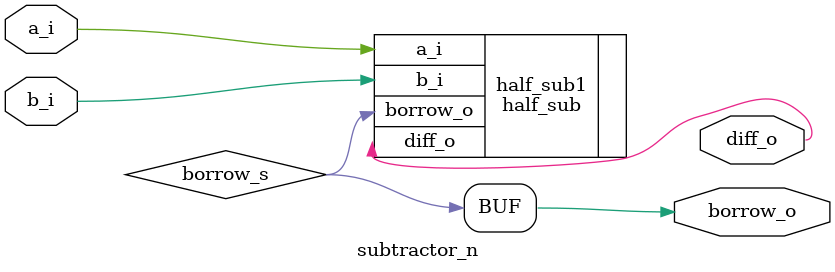
<source format=sv>

`timescale 1 ns/ 1 ps

module subtractor_n #(parameter nb_bit = 1)(
	input logic [nb_bit - 1: 0] a_i, b_i,
	output logic borrow_o,
	output logic [nb_bit - 1: 0] diff_o
	);
	logic [nb_bit - 1: 0] borrow_s; //Vector of borrows

	half_sub half_sub1 (//LSB subtractor
		.a_i(a_i[0]),
		.b_i(b_i[0]),
		.borrow_o(borrow_s[0]),
		.diff_o(diff_o[0])	
	);

	genvar i;
	generate
		for (i = 1; i < nb_bit; i ++)
			begin : label1
				subtractor subtractor_inst(//subtractors for other bits
					.a_i(a_i[i]),
					.b_i(b_i[i]),
					.c_i(borrow_s[i-1]),
					.borrow_o(borrow_s[i]),
					.diff_o(diff_o[i])	
				);
			end
	endgenerate

	assign borrow_o = borrow_s[nb_bit -1];

endmodule : subtractor_n

</source>
